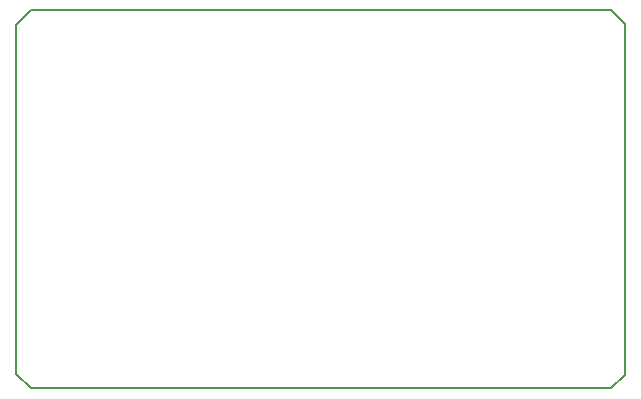
<source format=gko>
%FSLAX44Y44*%
%MOMM*%
G71*
G01*
G75*
G04 Layer_Color=16711935*
G04:AMPARAMS|DCode=10|XSize=1.05mm|YSize=0.65mm|CornerRadius=0.2015mm|HoleSize=0mm|Usage=FLASHONLY|Rotation=180.000|XOffset=0mm|YOffset=0mm|HoleType=Round|Shape=RoundedRectangle|*
%AMROUNDEDRECTD10*
21,1,1.0500,0.2470,0,0,180.0*
21,1,0.6470,0.6500,0,0,180.0*
1,1,0.4030,-0.3235,0.1235*
1,1,0.4030,0.3235,0.1235*
1,1,0.4030,0.3235,-0.1235*
1,1,0.4030,-0.3235,-0.1235*
%
%ADD10ROUNDEDRECTD10*%
G04:AMPARAMS|DCode=11|XSize=1.45mm|YSize=0.95mm|CornerRadius=0.1995mm|HoleSize=0mm|Usage=FLASHONLY|Rotation=90.000|XOffset=0mm|YOffset=0mm|HoleType=Round|Shape=RoundedRectangle|*
%AMROUNDEDRECTD11*
21,1,1.4500,0.5510,0,0,90.0*
21,1,1.0510,0.9500,0,0,90.0*
1,1,0.3990,0.2755,0.5255*
1,1,0.3990,0.2755,-0.5255*
1,1,0.3990,-0.2755,-0.5255*
1,1,0.3990,-0.2755,0.5255*
%
%ADD11ROUNDEDRECTD11*%
G04:AMPARAMS|DCode=12|XSize=1.45mm|YSize=1.15mm|CornerRadius=0.2013mm|HoleSize=0mm|Usage=FLASHONLY|Rotation=270.000|XOffset=0mm|YOffset=0mm|HoleType=Round|Shape=RoundedRectangle|*
%AMROUNDEDRECTD12*
21,1,1.4500,0.7475,0,0,270.0*
21,1,1.0475,1.1500,0,0,270.0*
1,1,0.4025,-0.3738,-0.5238*
1,1,0.4025,-0.3738,0.5238*
1,1,0.4025,0.3738,0.5238*
1,1,0.4025,0.3738,-0.5238*
%
%ADD12ROUNDEDRECTD12*%
G04:AMPARAMS|DCode=13|XSize=1.45mm|YSize=0.95mm|CornerRadius=0.1995mm|HoleSize=0mm|Usage=FLASHONLY|Rotation=0.000|XOffset=0mm|YOffset=0mm|HoleType=Round|Shape=RoundedRectangle|*
%AMROUNDEDRECTD13*
21,1,1.4500,0.5510,0,0,0.0*
21,1,1.0510,0.9500,0,0,0.0*
1,1,0.3990,0.5255,-0.2755*
1,1,0.3990,-0.5255,-0.2755*
1,1,0.3990,-0.5255,0.2755*
1,1,0.3990,0.5255,0.2755*
%
%ADD13ROUNDEDRECTD13*%
G04:AMPARAMS|DCode=14|XSize=1.1mm|YSize=0.7mm|CornerRadius=0.2345mm|HoleSize=0mm|Usage=FLASHONLY|Rotation=270.000|XOffset=0mm|YOffset=0mm|HoleType=Round|Shape=RoundedRectangle|*
%AMROUNDEDRECTD14*
21,1,1.1000,0.2310,0,0,270.0*
21,1,0.6310,0.7000,0,0,270.0*
1,1,0.4690,-0.1155,-0.3155*
1,1,0.4690,-0.1155,0.3155*
1,1,0.4690,0.1155,0.3155*
1,1,0.4690,0.1155,-0.3155*
%
%ADD14ROUNDEDRECTD14*%
G04:AMPARAMS|DCode=15|XSize=1.1mm|YSize=0.6mm|CornerRadius=0.201mm|HoleSize=0mm|Usage=FLASHONLY|Rotation=270.000|XOffset=0mm|YOffset=0mm|HoleType=Round|Shape=RoundedRectangle|*
%AMROUNDEDRECTD15*
21,1,1.1000,0.1980,0,0,270.0*
21,1,0.6980,0.6000,0,0,270.0*
1,1,0.4020,-0.0990,-0.3490*
1,1,0.4020,-0.0990,0.3490*
1,1,0.4020,0.0990,0.3490*
1,1,0.4020,0.0990,-0.3490*
%
%ADD15ROUNDEDRECTD15*%
G04:AMPARAMS|DCode=16|XSize=2.3mm|YSize=0.5mm|CornerRadius=0.2mm|HoleSize=0mm|Usage=FLASHONLY|Rotation=180.000|XOffset=0mm|YOffset=0mm|HoleType=Round|Shape=RoundedRectangle|*
%AMROUNDEDRECTD16*
21,1,2.3000,0.1000,0,0,180.0*
21,1,1.9000,0.5000,0,0,180.0*
1,1,0.4000,-0.9500,0.0500*
1,1,0.4000,0.9500,0.0500*
1,1,0.4000,0.9500,-0.0500*
1,1,0.4000,-0.9500,-0.0500*
%
%ADD16ROUNDEDRECTD16*%
G04:AMPARAMS|DCode=17|XSize=2.5mm|YSize=2mm|CornerRadius=0.2mm|HoleSize=0mm|Usage=FLASHONLY|Rotation=180.000|XOffset=0mm|YOffset=0mm|HoleType=Round|Shape=RoundedRectangle|*
%AMROUNDEDRECTD17*
21,1,2.5000,1.6000,0,0,180.0*
21,1,2.1000,2.0000,0,0,180.0*
1,1,0.4000,-1.0500,0.8000*
1,1,0.4000,1.0500,0.8000*
1,1,0.4000,1.0500,-0.8000*
1,1,0.4000,-1.0500,-0.8000*
%
%ADD17ROUNDEDRECTD17*%
G04:AMPARAMS|DCode=18|XSize=1.45mm|YSize=1.15mm|CornerRadius=0.2013mm|HoleSize=0mm|Usage=FLASHONLY|Rotation=0.000|XOffset=0mm|YOffset=0mm|HoleType=Round|Shape=RoundedRectangle|*
%AMROUNDEDRECTD18*
21,1,1.4500,0.7475,0,0,0.0*
21,1,1.0475,1.1500,0,0,0.0*
1,1,0.4025,0.5238,-0.3738*
1,1,0.4025,-0.5238,-0.3738*
1,1,0.4025,-0.5238,0.3738*
1,1,0.4025,0.5238,0.3738*
%
%ADD18ROUNDEDRECTD18*%
G04:AMPARAMS|DCode=19|XSize=1.75mm|YSize=1.05mm|CornerRadius=0.1995mm|HoleSize=0mm|Usage=FLASHONLY|Rotation=270.000|XOffset=0mm|YOffset=0mm|HoleType=Round|Shape=RoundedRectangle|*
%AMROUNDEDRECTD19*
21,1,1.7500,0.6510,0,0,270.0*
21,1,1.3510,1.0500,0,0,270.0*
1,1,0.3990,-0.3255,-0.6755*
1,1,0.3990,-0.3255,0.6755*
1,1,0.3990,0.3255,0.6755*
1,1,0.3990,0.3255,-0.6755*
%
%ADD19ROUNDEDRECTD19*%
G04:AMPARAMS|DCode=20|XSize=1.05mm|YSize=0.65mm|CornerRadius=0.2015mm|HoleSize=0mm|Usage=FLASHONLY|Rotation=90.000|XOffset=0mm|YOffset=0mm|HoleType=Round|Shape=RoundedRectangle|*
%AMROUNDEDRECTD20*
21,1,1.0500,0.2470,0,0,90.0*
21,1,0.6470,0.6500,0,0,90.0*
1,1,0.4030,0.1235,0.3235*
1,1,0.4030,0.1235,-0.3235*
1,1,0.4030,-0.1235,-0.3235*
1,1,0.4030,-0.1235,0.3235*
%
%ADD20ROUNDEDRECTD20*%
%ADD21O,1.5500X0.6000*%
G04:AMPARAMS|DCode=22|XSize=1.25mm|YSize=0.6mm|CornerRadius=0.201mm|HoleSize=0mm|Usage=FLASHONLY|Rotation=180.000|XOffset=0mm|YOffset=0mm|HoleType=Round|Shape=RoundedRectangle|*
%AMROUNDEDRECTD22*
21,1,1.2500,0.1980,0,0,180.0*
21,1,0.8480,0.6000,0,0,180.0*
1,1,0.4020,-0.4240,0.0990*
1,1,0.4020,0.4240,0.0990*
1,1,0.4020,0.4240,-0.0990*
1,1,0.4020,-0.4240,-0.0990*
%
%ADD22ROUNDEDRECTD22*%
G04:AMPARAMS|DCode=23|XSize=1mm|YSize=0.75mm|CornerRadius=0.1988mm|HoleSize=0mm|Usage=FLASHONLY|Rotation=180.000|XOffset=0mm|YOffset=0mm|HoleType=Round|Shape=RoundedRectangle|*
%AMROUNDEDRECTD23*
21,1,1.0000,0.3525,0,0,180.0*
21,1,0.6025,0.7500,0,0,180.0*
1,1,0.3975,-0.3013,0.1762*
1,1,0.3975,0.3013,0.1762*
1,1,0.3975,0.3013,-0.1762*
1,1,0.3975,-0.3013,-0.1762*
%
%ADD23ROUNDEDRECTD23*%
%ADD24O,2.0000X0.6000*%
%ADD25C,0.5000*%
%ADD26C,0.2500*%
%ADD27C,0.4000*%
%ADD28C,0.3000*%
%ADD29C,2.8000*%
%ADD30C,0.5000*%
%ADD31C,1.8500*%
G04:AMPARAMS|DCode=32|XSize=1.85mm|YSize=1.85mm|CornerRadius=0.2035mm|HoleSize=0mm|Usage=FLASHONLY|Rotation=0.000|XOffset=0mm|YOffset=0mm|HoleType=Round|Shape=RoundedRectangle|*
%AMROUNDEDRECTD32*
21,1,1.8500,1.4430,0,0,0.0*
21,1,1.4430,1.8500,0,0,0.0*
1,1,0.4070,0.7215,-0.7215*
1,1,0.4070,-0.7215,-0.7215*
1,1,0.4070,-0.7215,0.7215*
1,1,0.4070,0.7215,0.7215*
%
%ADD32ROUNDEDRECTD32*%
%ADD33C,2.6500*%
%ADD34C,1.3000*%
%ADD35R,1.3000X1.3000*%
%ADD36C,1.0000*%
%ADD37C,0.1500*%
%ADD38C,0.2000*%
%ADD39C,0.1000*%
G04:AMPARAMS|DCode=40|XSize=1.2mm|YSize=0.8mm|CornerRadius=0.2765mm|HoleSize=0mm|Usage=FLASHONLY|Rotation=180.000|XOffset=0mm|YOffset=0mm|HoleType=Round|Shape=RoundedRectangle|*
%AMROUNDEDRECTD40*
21,1,1.2000,0.2470,0,0,180.0*
21,1,0.6470,0.8000,0,0,180.0*
1,1,0.5530,-0.3235,0.1235*
1,1,0.5530,0.3235,0.1235*
1,1,0.5530,0.3235,-0.1235*
1,1,0.5530,-0.3235,-0.1235*
%
%ADD40ROUNDEDRECTD40*%
G04:AMPARAMS|DCode=41|XSize=1.6mm|YSize=1.1mm|CornerRadius=0.2745mm|HoleSize=0mm|Usage=FLASHONLY|Rotation=90.000|XOffset=0mm|YOffset=0mm|HoleType=Round|Shape=RoundedRectangle|*
%AMROUNDEDRECTD41*
21,1,1.6000,0.5510,0,0,90.0*
21,1,1.0510,1.1000,0,0,90.0*
1,1,0.5490,0.2755,0.5255*
1,1,0.5490,0.2755,-0.5255*
1,1,0.5490,-0.2755,-0.5255*
1,1,0.5490,-0.2755,0.5255*
%
%ADD41ROUNDEDRECTD41*%
G04:AMPARAMS|DCode=42|XSize=1.6mm|YSize=1.3mm|CornerRadius=0.2763mm|HoleSize=0mm|Usage=FLASHONLY|Rotation=270.000|XOffset=0mm|YOffset=0mm|HoleType=Round|Shape=RoundedRectangle|*
%AMROUNDEDRECTD42*
21,1,1.6000,0.7475,0,0,270.0*
21,1,1.0475,1.3000,0,0,270.0*
1,1,0.5525,-0.3738,-0.5238*
1,1,0.5525,-0.3738,0.5238*
1,1,0.5525,0.3738,0.5238*
1,1,0.5525,0.3738,-0.5238*
%
%ADD42ROUNDEDRECTD42*%
G04:AMPARAMS|DCode=43|XSize=1.6mm|YSize=1.1mm|CornerRadius=0.2745mm|HoleSize=0mm|Usage=FLASHONLY|Rotation=0.000|XOffset=0mm|YOffset=0mm|HoleType=Round|Shape=RoundedRectangle|*
%AMROUNDEDRECTD43*
21,1,1.6000,0.5510,0,0,0.0*
21,1,1.0510,1.1000,0,0,0.0*
1,1,0.5490,0.5255,-0.2755*
1,1,0.5490,-0.5255,-0.2755*
1,1,0.5490,-0.5255,0.2755*
1,1,0.5490,0.5255,0.2755*
%
%ADD43ROUNDEDRECTD43*%
G04:AMPARAMS|DCode=44|XSize=1.25mm|YSize=0.85mm|CornerRadius=0.3095mm|HoleSize=0mm|Usage=FLASHONLY|Rotation=270.000|XOffset=0mm|YOffset=0mm|HoleType=Round|Shape=RoundedRectangle|*
%AMROUNDEDRECTD44*
21,1,1.2500,0.2310,0,0,270.0*
21,1,0.6310,0.8500,0,0,270.0*
1,1,0.6190,-0.1155,-0.3155*
1,1,0.6190,-0.1155,0.3155*
1,1,0.6190,0.1155,0.3155*
1,1,0.6190,0.1155,-0.3155*
%
%ADD44ROUNDEDRECTD44*%
G04:AMPARAMS|DCode=45|XSize=1.25mm|YSize=0.75mm|CornerRadius=0.276mm|HoleSize=0mm|Usage=FLASHONLY|Rotation=270.000|XOffset=0mm|YOffset=0mm|HoleType=Round|Shape=RoundedRectangle|*
%AMROUNDEDRECTD45*
21,1,1.2500,0.1980,0,0,270.0*
21,1,0.6980,0.7500,0,0,270.0*
1,1,0.5520,-0.0990,-0.3490*
1,1,0.5520,-0.0990,0.3490*
1,1,0.5520,0.0990,0.3490*
1,1,0.5520,0.0990,-0.3490*
%
%ADD45ROUNDEDRECTD45*%
G04:AMPARAMS|DCode=46|XSize=2.45mm|YSize=0.65mm|CornerRadius=0.275mm|HoleSize=0mm|Usage=FLASHONLY|Rotation=180.000|XOffset=0mm|YOffset=0mm|HoleType=Round|Shape=RoundedRectangle|*
%AMROUNDEDRECTD46*
21,1,2.4500,0.1000,0,0,180.0*
21,1,1.9000,0.6500,0,0,180.0*
1,1,0.5500,-0.9500,0.0500*
1,1,0.5500,0.9500,0.0500*
1,1,0.5500,0.9500,-0.0500*
1,1,0.5500,-0.9500,-0.0500*
%
%ADD46ROUNDEDRECTD46*%
G04:AMPARAMS|DCode=47|XSize=2.65mm|YSize=2.15mm|CornerRadius=0.275mm|HoleSize=0mm|Usage=FLASHONLY|Rotation=180.000|XOffset=0mm|YOffset=0mm|HoleType=Round|Shape=RoundedRectangle|*
%AMROUNDEDRECTD47*
21,1,2.6500,1.6000,0,0,180.0*
21,1,2.1000,2.1500,0,0,180.0*
1,1,0.5500,-1.0500,0.8000*
1,1,0.5500,1.0500,0.8000*
1,1,0.5500,1.0500,-0.8000*
1,1,0.5500,-1.0500,-0.8000*
%
%ADD47ROUNDEDRECTD47*%
G04:AMPARAMS|DCode=48|XSize=1.6mm|YSize=1.3mm|CornerRadius=0.2763mm|HoleSize=0mm|Usage=FLASHONLY|Rotation=0.000|XOffset=0mm|YOffset=0mm|HoleType=Round|Shape=RoundedRectangle|*
%AMROUNDEDRECTD48*
21,1,1.6000,0.7475,0,0,0.0*
21,1,1.0475,1.3000,0,0,0.0*
1,1,0.5525,0.5238,-0.3738*
1,1,0.5525,-0.5238,-0.3738*
1,1,0.5525,-0.5238,0.3738*
1,1,0.5525,0.5238,0.3738*
%
%ADD48ROUNDEDRECTD48*%
G04:AMPARAMS|DCode=49|XSize=1.9mm|YSize=1.2mm|CornerRadius=0.2745mm|HoleSize=0mm|Usage=FLASHONLY|Rotation=270.000|XOffset=0mm|YOffset=0mm|HoleType=Round|Shape=RoundedRectangle|*
%AMROUNDEDRECTD49*
21,1,1.9000,0.6510,0,0,270.0*
21,1,1.3510,1.2000,0,0,270.0*
1,1,0.5490,-0.3255,-0.6755*
1,1,0.5490,-0.3255,0.6755*
1,1,0.5490,0.3255,0.6755*
1,1,0.5490,0.3255,-0.6755*
%
%ADD49ROUNDEDRECTD49*%
G04:AMPARAMS|DCode=50|XSize=1.2mm|YSize=0.8mm|CornerRadius=0.2765mm|HoleSize=0mm|Usage=FLASHONLY|Rotation=90.000|XOffset=0mm|YOffset=0mm|HoleType=Round|Shape=RoundedRectangle|*
%AMROUNDEDRECTD50*
21,1,1.2000,0.2470,0,0,90.0*
21,1,0.6470,0.8000,0,0,90.0*
1,1,0.5530,0.1235,0.3235*
1,1,0.5530,0.1235,-0.3235*
1,1,0.5530,-0.1235,-0.3235*
1,1,0.5530,-0.1235,0.3235*
%
%ADD50ROUNDEDRECTD50*%
%ADD51O,1.7000X0.7500*%
G04:AMPARAMS|DCode=52|XSize=1.4mm|YSize=0.75mm|CornerRadius=0.276mm|HoleSize=0mm|Usage=FLASHONLY|Rotation=180.000|XOffset=0mm|YOffset=0mm|HoleType=Round|Shape=RoundedRectangle|*
%AMROUNDEDRECTD52*
21,1,1.4000,0.1980,0,0,180.0*
21,1,0.8480,0.7500,0,0,180.0*
1,1,0.5520,-0.4240,0.0990*
1,1,0.5520,0.4240,0.0990*
1,1,0.5520,0.4240,-0.0990*
1,1,0.5520,-0.4240,-0.0990*
%
%ADD52ROUNDEDRECTD52*%
G04:AMPARAMS|DCode=53|XSize=1.15mm|YSize=0.9mm|CornerRadius=0.2737mm|HoleSize=0mm|Usage=FLASHONLY|Rotation=180.000|XOffset=0mm|YOffset=0mm|HoleType=Round|Shape=RoundedRectangle|*
%AMROUNDEDRECTD53*
21,1,1.1500,0.3525,0,0,180.0*
21,1,0.6025,0.9000,0,0,180.0*
1,1,0.5475,-0.3013,0.1762*
1,1,0.5475,0.3013,0.1762*
1,1,0.5475,0.3013,-0.1762*
1,1,0.5475,-0.3013,-0.1762*
%
%ADD53ROUNDEDRECTD53*%
%ADD54O,2.1500X0.7500*%
%ADD55C,3.0032*%
%ADD56C,1.0500*%
%ADD57C,2.0000*%
G04:AMPARAMS|DCode=58|XSize=2mm|YSize=2mm|CornerRadius=0.2785mm|HoleSize=0mm|Usage=FLASHONLY|Rotation=0.000|XOffset=0mm|YOffset=0mm|HoleType=Round|Shape=RoundedRectangle|*
%AMROUNDEDRECTD58*
21,1,2.0000,1.4430,0,0,0.0*
21,1,1.4430,2.0000,0,0,0.0*
1,1,0.5570,0.7215,-0.7215*
1,1,0.5570,-0.7215,-0.7215*
1,1,0.5570,-0.7215,0.7215*
1,1,0.5570,0.7215,0.7215*
%
%ADD58ROUNDEDRECTD58*%
%ADD59C,2.8000*%
%ADD60C,1.5032*%
%ADD61R,1.5032X1.5032*%
D38*
X515000Y11520D02*
Y308520D01*
X12500Y20D02*
X503500D01*
X515000Y11520D01*
X12500Y320020D02*
X503500D01*
X515000Y308520D01*
X0Y12520D02*
Y307520D01*
X12500Y320020D01*
X0Y12520D02*
X12500Y20D01*
M02*

</source>
